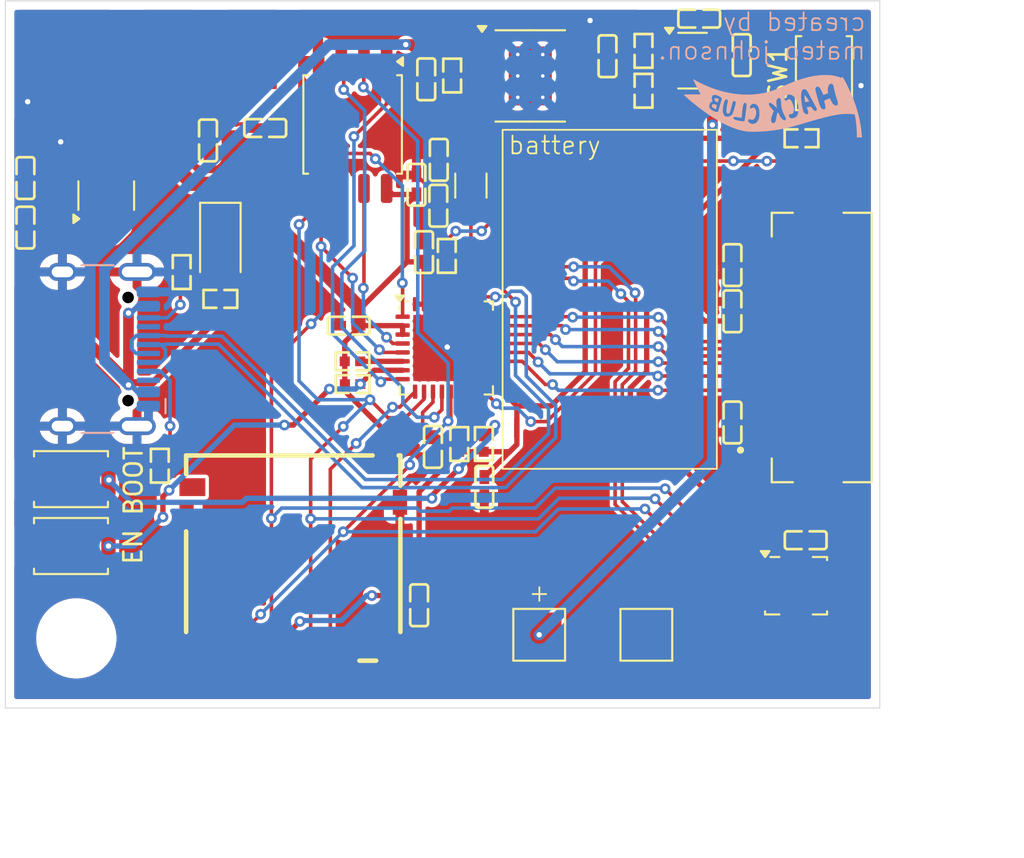
<source format=kicad_pcb>
(kicad_pcb (version 20241229) (generator "pcbnew") (generator_version "9.0")
  (layers (0 "F.Cu" signal) (2 "B.Cu" signal) (13 "F.Paste" user) (15 "B.Paste" user) (5 "F.SilkS" user "F.Silkscreen") (7 "B.SilkS" user "B.Silkscreen") (1 "F.Mask" user) (3 "B.Mask" user) (25 "Edge.Cuts" user))
  (net 0 "")
  (net 1 "GND")
  (net 6 "/XTAL_P")
  (net 7 "/XTAL_N")
  (net 8 "/SD1")
  (net 9 "/SCK")
  (net 10 "/BUSY")
  (net 11 "/D{slash}C#")
  (net 12 "/SDIO")
  (net 13 "/CS")
  (net 14 "/RES#")
  (net 15 "+5V")
  (net 16 "/D+")
  (net 17 "/D-")
  (net 18 "Net-(AE1-Pad1)")
  (net 19 "Net-(U2-PROG)")
  (net 20 "/BOOT")
  (net 21 "EN")
  (net 22 "/SPI1")
  (net 23 "/SPI7")
  (net 24 "/SPI6")
  (net 25 "/MOSI")
  (net 26 "/MISO")
  (net 27 "/CLK")
  (net 28 "/SEL1")
  (net 29 "Net-(U3-LNA_IN)")
  (net 30 "Net-(D1-A)")
  (net 31 "Net-(J1-CC2)")
  (net 33 "Net-(J1-CC1)")
  (net 35 "Net-(J2-Pin_1)")
  (net 40 "Net-(U3-GPIO8)")
  (net 41 "Net-(U3-GPIO2)")
  (net 42 "Net-(U3-XTAL_P)")
  (net 44 "/BAT")
  (net 45 "Net-(U5-FB)")
  (net 46 "Net-(U5-SW)")
  (net 47 "Net-(C15-Pad2)")
  (net 48 "Net-(C19-Pad1)")
  (net 51 "+3.3V")
  (net 52 "/INT1")
  (net 53 "/CS2")
  (footprint "Button_Switch_SMD:SW_Push_SPST_NO_Alps_SKRK" (layer "F.Cu") (at 73.525 106.85 180)
    (property "Reference" "BOOT1" (hide yes))
    (property "Value" "SKRKAGE020" (hide yes))
  )
  (footprint "Crystal:Crystal_SMD_3215-2Pin_3.2x1.5mm" (layer "F.Cu") (at 95.925 90.4 -90)
    (property "Reference" "Y1" (hide yes))
    (property "Value" "Crystal" (hide yes))
  )
  (footprint "10uF:C0402" (layer "F.Cu") (at 70.975 92.7549 90)
    (property "Reference" "C2" (hide yes))
    (property "Value" "100nF" (hide yes))
  )
  (footprint "0402:R0402" (layer "F.Cu") (at 94.575 94.3422 -90)
    (property "Reference" "R9" (hide yes))
    (property "Value" "220Ω" (hide yes))
  )
  (footprint "10uF:C0402" (layer "F.Cu") (at 110.575 97.4451 -90)
    (property "Reference" "C18" (hide yes))
    (property "Value" "100nF" (hide yes))
  )
  (footprint "0402:R0402" (layer "F.Cu") (at 94.875 84.2328 90)
    (property "Reference" "R2" (hide yes))
    (property "Value" "5.1kΩ" (hide yes))
  )
  (footprint "10uF:C0402" (layer "F.Cu") (at 114.675 110.275 180)
    (property "Reference" "C20" (hide yes))
    (property "Value" "100nF" (hide yes))
  )
  (footprint "Button_Switch_SMD:SW_Push_SPST_NO_Alps_SKRK" (layer "F.Cu") (at 115.7 84.1 90)
    (property "Reference" "SW1")
    (property "Value" "SKRKAGE020" (hide yes))
  )
  (footprint "0402:R0402" (layer "F.Cu") (at 96.65 104.8828 90)
    (property "Reference" "R5" (hide yes))
    (property "Value" "RC0402FR-075K1L (5.1kΩ)" (hide yes))
  )
  (footprint "10uF:C0402" (layer "F.Cu") (at 70.975 89.9799 -90)
    (property "Reference" "C6" (hide yes))
    (property "Value" "100nF" (hide yes))
  )
  (footprint "Package_SO:SOIC-8-1EP_3.9x4.9mm_P1.27mm_EP2.41x3.3mm_ThermalVias" (layer "F.Cu") (at 99.25 84.255)
    (property "Reference" "U2" (hide yes))
    (property "Value" "TP4056-42-ESOP8" (hide yes))
  )
  (footprint "10uF:C0402" (layer "F.Cu") (at 103.575 83.15 90)
    (property "Reference" "C4" (hide yes))
    (property "Value" "1uF" (hide yes))
  )
  (footprint "Package_TO_SOT_SMD:SOT-23-5" (layer "F.Cu") (at 75.5 90.9625 90)
    (property "Reference" "U7" (hide yes))
    (property "Value" "AP2112K-3.3")
  )
  (footprint "Package_DFN_QFN:QFN-32-1EP_5x5mm_P0.5mm_EP3.7x3.7mm" (layer "F.Cu") (at 94.55 99.5)
    (property "Reference" "U3" (hide yes))
    (property "Value" "ESP32-C3" (hide yes))
  )
  (footprint "Sensor_Motion:Analog_LGA-16_3.25x3mm_P0.5mm_LayoutBorder3x5y" (layer "F.Cu") (at 114.1375 112.825)
    (property "Reference" "U6" (hide yes))
    (property "Value" "ADXL363" (hide yes))
  )
  (footprint "Inductor_SMD:L_01005_0402Metric" (layer "F.Cu") (at 82.45 86.95 180)
    (property "Reference" "L1" (hide yes))
    (property "Value" "L" (hide yes))
  )
  (footprint "10uF:C0402" (layer "F.Cu") (at 81.2 87.8701 90)
    (property "Reference" "C13" (hide yes))
    (property "Value" "15pF" (hide yes))
  )
  (footprint "0402:R0402" (layer "F.Cu") (at 79.725 95.25 90)
    (property "Reference" "R3" (hide yes))
    (property "Value" "5.1kΩ" (hide yes))
  )
  (footprint "Inductor_SMD:L_01005_0402Metric" (layer "F.Cu") (at 105.6175 81.3944 180)
    (property "Reference" "L2" (hide yes))
    (property "Value" "10uH" (hide yes))
  )
  (footprint "10uF:C0402" (layer "F.Cu") (at 93.025 113.9201 -90)
    (property "Reference" "C14" (hide yes))
    (property "Value" "100nF" (hide yes))
  )
  (footprint "Package_SO:SOIC-8_5.3x5.3mm_P1.27mm" (layer "F.Cu") (at 89.3 86.975 -90)
    (property "Reference" "U4" (hide yes))
    (property "Value" "W25Q16JVSS" (hide yes))
  )
  (footprint "Hirose FH12:Hirose FH12" (layer "F.Cu") (at 114.925 99.475 90)
    (property "Reference" "J4" (hide yes))
    (property "Value" "FH12-24S-0.5SH_55_" (hide yes))
  )
  (footprint "Button_Switch_SMD:SW_Push_SPST_NO_Alps_SKRK" (layer "F.Cu") (at 73.525 110.6 180)
    (property "Reference" "EN1" (hide yes))
    (property "Value" "SKRKAGE020" (hide yes))
  )
  (footprint "10uF:C0402" (layer "F.Cu") (at 89.0799 98.25 180)
    (property "Reference" "C7" (hide yes))
    (property "Value" "1uF" (hide yes))
  )
  (footprint "0402:R0402" (layer "F.Cu") (at 105.5925 85.0866 90)
    (property "Reference" "R12" (hide yes))
    (property "Value" "390kΩ" (hide yes))
  )
  (footprint "10uF:C0402" (layer "F.Cu") (at 110.575 94.8549 -90)
    (property "Reference" "C19" (hide yes))
    (property "Value" "4.7uF" (hide yes))
  )
  (footprint "0402:R0402" (layer "F.Cu") (at 89.3 101.525)
    (property "Reference" "R6" (hide yes))
    (property "Value" "RC0402FR-075K1L (5.1kΩ)" (hide yes))
  )
  (footprint "10uF:C0402" (layer "F.Cu") (at 111.0925 83.0895 90)
    (property "Reference" "C16" (hide yes))
    (property "Value" "10uF" (hide yes))
  )
  (footprint "DM3D:TF-SMD_DM3D-SF" (layer "F.Cu") (at 85.975 111.125)
    (property "Reference" "Card1" (hide yes))
    (property "Value" "DM3D-SF" (hide yes))
  )
  (footprint "0402:R0402" (layer "F.Cu") (at 89.2922 100.25 180)
    (property "Reference" "R8" (hide yes))
    (property "Value" "5.1kΩ" (hide yes))
  )
  (footprint "TestPoint:TestPoint_Pad_2.5x2.5mm" (layer "F.Cu") (at 99.75 115.575 90)
    (property "Reference" "J2" (hide yes))
    (property "Value" "Conn_01x01_Pin" (hide yes))
  )
  (footprint "10uF:C0402" (layer "F.Cu") (at 94.1 91.5299 -90)
    (property "Reference" "C3" (hide yes))
    (property "Value" "15pF" (hide yes))
  )
  (footprint "TestPoint:TestPoint_Pad_2.5x2.5mm" (layer "F.Cu") (at 105.75 115.575 90)
    (property "Reference" "J3" (hide yes))
    (property "Value" "Conn_01x01_Pin" (hide yes))
  )
  (footprint "10uF:C0402" (layer "F.Cu") (at 110.575 103.675 90)
    (property "Reference" "C15" (hide yes))
    (property "Value" "1uF" (hide yes))
  )
  (footprint "10uF:C0402" (layer "F.Cu") (at 92.875 90.3549 -90)
    (property "Reference" "C12" (hide yes))
    (property "Value" "100nF" (hide yes))
  )
  (footprint "MountingHole:MountingHole_4mm" (layer "F.Cu") (at 73.825 115.775)
    (property "Reference" "H1" (hide yes))
    (property "Value" "MountingHole" (hide yes))
  )
  (footprint "10uF:C0402" (layer "F.Cu") (at 93.3 94.1299 90)
    (property "Reference" "C10" (hide yes))
    (property "Value" "1uF" (hide yes))
  )
  (footprint "0402:R0402" (layer "F.Cu") (at 81.8922 96.75 180)
    (property "Reference" "R1" (hide yes))
    (property "Value" "RC0402FR-13220RL (220Ω)" (hide yes))
  )
  (footprint "0402:R0402" (layer "F.Cu") (at 114.4422 87.75)
    (property "Reference" "R10" (hide yes))
    (property "Value" "RC0402FR-075K1L (5.1kΩ)" (hide yes))
  )
  (footprint "Package_TO_SOT_SMD:SOT-23-5" (layer "F.Cu") (at 108.3375 83.4)
    (property "Reference" "U5" (hide yes))
    (property "Value" "AP3012" (hide yes))
  )
  (footprint "0402:R0402" (layer "F.Cu") (at 78.5 106.1 -90)
    (property "Reference" "R4" (hide yes))
    (property "Value" "5.1kΩ" (hide yes))
  )
  (footprint "10uF:C0402" (layer "F.Cu") (at 84.4049 87.175 180)
    (property "Reference" "C11" (hide yes))
    (property "Value" "15pF" (hide yes))
  )
  (footprint "10uF:C0402" (layer "F.Cu") (at 108.7126 81.0444 180)
    (property "Reference" "C17" (hide yes))
    (property "Value" "22uF" (hide yes))
  )
  (footprint "0402:R0402" (layer "F.Cu") (at 105.5925 82.8522 -90)
    (property "Reference" "R13" (hide yes))
    (property "Value" "1MΩ" (hide yes))
  )
  (footprint "10uF:C0402" (layer "F.Cu") (at 94.125 88.9598 90)
    (property "Reference" "C5" (hide yes))
    (property "Value" "15pF" (hide yes))
  )
  (footprint "10uF:C0402" (layer "F.Cu") (at 96.675 107.2799 -90)
    (property "Reference" "C9" (hide yes))
    (property "Value" "100nF" (hide yes))
  )
  (footprint "LED_SMD:LED_1206_3216Metric" (layer "F.Cu") (at 81.8922 93.65 -90)
    (property "Reference" "D1" (hide yes))
    (property "Value" "LTST-C150RKT" (hide yes))
  )
  (footprint "10uF:C0402" (layer "F.Cu") (at 93.8 105.0451 90)
    (property "Reference" "C8" (hide yes))
    (property "Value" "100nF" (hide yes))
  )
  (footprint "10uF:C0402" (layer "F.Cu") (at 93.425 84.4451 -90)
    (property "Reference" "C1" (hide yes))
    (property "Value" "1uF" (hide yes))
  )
  (footprint "RF_Antenna:Texas_SWRA117D_2.4GHz_Right" (layer "F.Cu") (at 73.2 85.7)
    (property "Reference" "AE1" (hide yes))
    (property "Value" "Antenna_Loop" (hide yes))
  )
  (footprint "0402:R0402" (layer "F.Cu") (at 95.275 104.8828 -90)
    (property "Reference" "R7" (hide yes))
    (property "Value" "5.1kΩ" (hide yes))
  )
  (footprint "LOGO" (layer "B.Cu") (at 112.825 85.95 180)
    (property "Reference" "G***" (hide yes))
    (property "Value" "LOGO" (hide yes))
  )
  (footprint "Connector_USB:USB_C_Receptacle_HCTL_HC-TYPE-C-16P-01A" (layer "B.Cu") (at 74.12 99.56 90)
    (property "Reference" "J1" (hide yes))
    (property "Value" "USB_C_Receptacle_USB2.0_16P" (hide yes))
  )
  (gr_rect (start 97.7 87.275) (end 109.7 106.275) (stroke (width 0.1)) (fill no) (layer "F.SilkS"))
  (gr_rect (start 69.85 80.05) (end 118.825 119.675) (stroke (width 0.05)) (fill no) (layer "Edge.Cuts"))
  (gr_text "BOOT" (at 77.025 106.95 90) (layer "F.SilkS") (effects (font (size 1 1))))
  (gr_text "EN" (at 77 110.65 90) (layer "F.SilkS") (effects (font (size 1 1))))
  (gr_text "+\n" (at 99.075 113.8 0) (layer "F.SilkS") (effects (font (size 1 1) (thickness 0.1)) (justify left bottom)))
  (gr_text "battery" (at 97.95 88.725 0) (layer "F.SilkS") (effects (font (size 1 1) (thickness 0.1)) (justify left bottom)))
  (gr_text "created by \nmateo johnson." (at 118.1 83.425 0) (layer "B.SilkS") (effects (font (size 1 1) (thickness 0.1)) (justify left bottom mirror)))
  (segment (start 110.6 96.9) (end 110.6 95.425) (width 0.4) (layer "F.Cu") (net 1))
  (segment (start 112.125 97.225) (end 111.0299 97.225) (width 0.2) (layer "F.Cu") (net 1))
  (segment (start 97.845 82.35) (end 98.55 83.055) (width 0.2) (layer "F.Cu") (net 1))
  (segment (start 96.775 82.35) (end 97.845 82.35) (width 0.2) (layer "F.Cu") (net 1))
  (segment (start 110.29815 95.4) (end 110.575 95.4) (width 0.3) (layer "F.Cu") (net 1))
  (segment (start 76.654468 91) (end 71.45 91) (width 0.2) (layer "F.Cu") (net 1))
  (segment (start 94.05 90.9848) (end 92.875 89.8098) (width 0.2) (layer "F.Cu") (net 1))
  (segment (start 112.125 94.725) (end 112.125 93.725) (width 0.3) (layer "F.Cu") (net 1))
  (segment (start 99.885 83.62) (end 99.25 84.255) (width 0.3) (layer "F.Cu") (net 1))
  (segment (start 96.775 84.89) (end 98.615 84.89) (width 0.2) (layer "F.Cu") (net 1))
  (segment (start 91.9501 107.56515) (end 91.9501 108.1499) (width 0.2) (layer "F.Cu") (net 1))
  (segment (start 111.0299 97.225) (end 110.6 96.7951) (width 0.2) (layer "F.Cu") (net 1))
  (segment (start 93.8 105.71525) (end 91.9501 107.56515) (width 0.2) (layer "F.Cu") (net 1))
  (segment (start 101.725 83.62) (end 99.885 83.62) (width 0.3) (layer "F.Cu") (net 1))
  (segment (start 110.24275 93.275) (end 109.954 93.56375) (width 0.3) (layer "F.Cu") (net 1))
  (segment (start 110.6 95.425) (end 110.625 95.4) (width 0.4) (layer "F.Cu") (net 1))
  (segment (start 112.125 96.725) (end 112.125 97.225) (width 0.3) (layer "F.Cu") (net 1))
  (segment (start 79.725 94.070532) (end 76.654468 91) (width 0.2) (layer "F.Cu") (net 1))
  (segment (start 98.615 84.89) (end 99.25 84.255) (width 0.2) (layer "F.Cu") (net 1))
  (segment (start 94.1 90.9848) (end 93.3 91.7848) (width 0.2) (layer "F.Cu") (net 1))
  (segment (start 94.1 90.9848) (end 94.05 90.9848) (width 0.2) (layer "F.Cu") (net 1))
  (segment (start 93.3 91.7848) (end 93.3 93.5848) (width 0.2) (layer "F.Cu") (net 1))
  (segment (start 109.954 93.56375) (end 109.954 95.05585) (width 0.3) (layer "F.Cu") (net 1))
  (segment (start 93.425 84.9902) (end 94.5504 84.9902) (width 0.2) (layer "F.Cu") (net 1))
  (segment (start 112.125 93.725) (end 111.675 93.275) (width 0.3) (layer "F.Cu") (net 1))
  (segment (start 79.725 94.8172) (end 79.725 94.070532) (width 0.2) (layer "F.Cu") (net 1))
  (segment (start 109.954 95.05585) (end 110.29815 95.4) (width 0.3) (layer "F.Cu") (net 1))
  (segment (start 71.45 91) (end 70.975 90.525) (width 0.2) (layer "F.Cu") (net 1))
  (segment (start 94.5504 84.9902) (end 94.875 84.6656) (width 0.2) (layer "F.Cu") (net 1))
  (segment (start 93.8 105.5902) (end 93.8 105.71525) (width 0.2) (layer "F.Cu") (net 1))
  (segment (start 111.675 93.275) (end 110.24275 93.275) (width 0.3) (layer "F.Cu") (net 1))
  (via (at 72.95 87.95) (size 0.6) (drill 0.3) (layers "F.Cu" "B.Cu") (net 1))
  (via (at 94.6 99.45) (size 0.6) (drill 0.3) (layers "F.Cu" "B.Cu") (net 1))
  (via (at 102.6 81.15) (size 0.6) (drill 0.3) (layers "F.Cu" "B.Cu") (net 1))
  (via (at 117.775 84.8) (size 0.6) (drill 0.3) (layers "F.Cu" "B.Cu") (net 1))
  (segment (start 94.575 93.45) (end 94.575 93.9094) (width 0.2) (layer "F.Cu") (net 6))
  (segment (start 96.525 92.95) (end 97.126 92.349) (width 0.2) (layer "F.Cu") (net 6))
  (segment (start 97.126 90.849) (end 95.7819 89.5049) (width 0.2) (layer "F.Cu") (net 6))
  (segment (start 94.125 89.5049) (end 95.5701 89.5049) (width 0.2) (layer "F.Cu") (net 6))
  (segment (start 95.075 92.95) (end 94.575 93.45) (width 0.2) (layer "F.Cu") (net 6))
  (segment (start 97.126 92.349) (end 97.126 90.849) (width 0.2) (layer "F.Cu") (net 6))
  (segment (start 95.7819 89.5049) (end 94.125 89.5049) (width 0.2) (layer "F.Cu") (net 6))
  (segment (start 95.5701 89.5049) (end 95.925 89.15) (width 0.2) (layer "F.Cu") (net 6))
  (via (at 95.075 92.95) (size 0.6) (drill 0.3) (layers "F.Cu" "B.Cu") (net 6))
  (via (at 96.525 92.95) (size 0.6) (drill 0.3) (layers "F.Cu" "B.Cu") (net 6))
  (segment (start 96.525 92.95) (end 95.075 92.95) (width 0.2) (layer "B.Cu") (net 6))
  (segment (start 95.925 94.6) (end 94.3 96.225) (width 0.2) (layer "F.Cu") (net 7))
  (segment (start 95.925 91.65) (end 95.925 94.6) (width 0.2) (layer "F.Cu") (net 7))
  (segment (start 94.3 96.225) (end 94.3 97.05) (width 0.2) (layer "F.Cu") (net 7))
  (segment (start 95.925 91.65) (end 94.525 91.65) (width 0.2) (layer "F.Cu") (net 7))
  (segment (start 94.525 91.65) (end 94.1 92.075) (width 0.2) (layer "F.Cu") (net 7))
  (segment (start 88.0499 106.3001) (end 88.0499 116.525) (width 0.2) (layer "F.Cu") (net 8))
  (segment (start 89.5 104.85) (end 88.0499 106.3001) (width 0.2) (layer "F.Cu") (net 8))
  (segment (start 91.93536 102.81464) (end 92.8 101.95) (width 0.2) (layer "F.Cu") (net 8))
  (segment (start 91.53536 102.81464) (end 91.93536 102.81464) (width 0.2) (layer "F.Cu") (net 8))
  (via (at 89.5 104.85) (size 0.6) (drill 0.3) (layers "F.Cu" "B.Cu") (net 8))
  (via (at 91.53536 102.81464) (size 0.6) (drill 0.3) (layers "F.Cu" "B.Cu") (net 8))
  (segment (start 89.5 104.85) (end 91.53536 102.81464) (width 0.2) (layer "B.Cu") (net 8))
  (segment (start 110.199 99.147) (end 110.6 98.746) (width 0.2) (layer "F.Cu") (net 9))
  (segment (start 106.46984 97.775) (end 107.84184 99.147) (width 0.2) (layer "F.Cu") (net 9))
  (segment (start 106.4199 97.775) (end 106.46984 97.775) (width 0.2) (layer "F.Cu") (net 9))
  (segment (start 97 97.75) (end 101.6 97.75) (width 0.2) (layer "F.Cu") (net 9))
  (segment (start 107.84184 99.147) (end 110.199 99.147) (width 0.2) (layer "F.Cu") (net 9))
  (segment (start 101.6 97.75) (end 101.625 97.775) (width 0.2) (layer "F.Cu") (net 9))
  (segment (start 110.6 98.746) (end 112.104 98.746) (width 0.2) (layer "F.Cu") (net 9))
  (segment (start 112.104 98.746) (end 112.125 98.725) (width 0.2) (layer "F.Cu") (net 9))
  (via (at 106.4199 97.775) (size 0.6) (drill 0.3) (layers "F.Cu" "B.Cu") (net 9))
  (via (at 101.625 97.775) (size 0.6) (drill 0.3) (layers "F.Cu" "B.Cu") (net 9))
  (segment (start 106.4199 97.775) (end 101.625 97.775) (width 0.2) (layer "B.Cu") (net 9))
  (segment (start 97 100.25) (end 98.799211 100.25) (width 0.2) (layer "F.Cu") (net 10))
  (segment (start 110.328411 101.871589) (end 110.975 101.225) (width 0.2) (layer "F.Cu") (net 10))
  (segment (start 110.975 101.225) (end 112.125 101.225) (width 0.2) (layer "F.Cu") (net 10))
  (segment (start 98.799211 100.25) (end 100.099211 101.55) (width 0.2) (layer "F.Cu") (net 10))
  (segment (start 106.401456 101.871589) (end 110.328411 101.871589) (width 0.2) (layer "F.Cu") (net 10))
  (segment (start 100.099211 101.55) (end 100.5 101.55) (width 0.2) (layer "F.Cu") (net 10))
  (via (at 100.5 101.55) (size 0.6) (drill 0.3) (layers "F.Cu" "B.Cu") (net 10))
  (via (at 106.401456 101.871589) (size 0.6) (drill 0.3) (layers "F.Cu" "B.Cu") (net 10))
  (segment (start 106.401456 101.871589) (end 100.821589 101.871589) (width 0.2) (layer "B.Cu") (net 10))
  (segment (start 100.821589 101.871589) (end 100.5 101.55) (width 0.2) (layer "B.Cu") (net 10))
  (segment (start 106.4199 100.272058) (end 106.497842 100.35) (width 0.2) (layer "F.Cu") (net 11))
  (segment (start 106.497842 100.35) (end 110.8062 100.35) (width 0.2) (layer "F.Cu") (net 11))
  (segment (start 97 99.25) (end 99.745168 99.25) (width 0.2) (layer "F.Cu") (net 11))
  (segment (start 99.745168 99.25) (end 100.095364 99.600196) (width 0.2) (layer "F.Cu") (net 11))
  (segment (start 110.8062 100.35) (end 110.9312 100.225) (width 0.2) (layer "F.Cu") (net 11))
  (segment (start 110.9312 100.225) (end 112.125 100.225) (width 0.2) (layer "F.Cu") (net 11))
  (via (at 100.095364 99.600196) (size 0.6) (drill 0.3) (layers "F.Cu" "B.Cu") (net 11))
  (via (at 106.4199 100.272058) (size 0.6) (drill 0.3) (layers "F.Cu" "B.Cu") (net 11))
  (segment (start 106.4199 100.272058) (end 100.767226 100.272058) (width 0.2) (layer "B.Cu") (net 11))
  (segment (start 100.767226 100.272058) (end 100.095364 99.600196) (width 0.2) (layer "B.Cu") (net 11))
  (segment (start 107.392897 99.548) (end 110.474 99.548) (width 0.2) (layer "F.Cu") (net 12))
  (segment (start 110.797 99.225) (end 112.125 99.225) (width 0.2) (layer "F.Cu") (net 12))
  (segment (start 106.4199 98.575003) (end 107.392897 99.548) (width 0.2) (layer "F.Cu") (net 12))
  (segment (start 97 98.25) (end 101.007917 98.25) (width 0.2) (layer "F.Cu") (net 12))
  (segment (start 110.474 99.548) (end 110.797 99.225) (width 0.2) (layer "F.Cu") (net 12))
  (segment (start 101.007917 98.25) (end 101.226739 98.468822) (width 0.2) (layer "F.Cu") (net 12))
  (via (at 106.4199 98.575003) (size 0.6) (drill 0.3) (layers "F.Cu" "B.Cu") (net 12))
  (via (at 101.226739 98.468822) (size 0.6) (drill 0.3) (layers "F.Cu" "B.Cu") (net 12))
  (segment (start 101.226739 98.468822) (end 106.313719 98.468822) (width 0.2) (layer "B.Cu") (net 12))
  (segment (start 106.313719 98.468822) (end 106.4199 98.575003) (width 0.2) (layer "B.Cu") (net 12))
  (segment (start 106.4199 99.42353) (end 106.94537 99.949) (width 0.2) (layer "F.Cu") (net 13))
  (segment (start 106.94537 99.949) (end 110.6401 99.949) (width 0.2) (layer "F.Cu") (net 13))
  (segment (start 100.376542 98.75) (end 100.661051 99.034509) (width 0.2) (layer "F.Cu") (net 13))
  (segment (start 110.8641 99.725) (end 112.125 99.725) (width 0.2) (layer "F.Cu") (net 13))
  (segment (start 97 98.75) (end 100.376542 98.75) (width 0.2) (layer "F.Cu") (net 13))
  (segment (start 110.6401 99.949) (end 110.8641 99.725) (width 0.2) (layer "F.Cu") (net 13))
  (via (at 100.661051 99.034509) (size 0.6) (drill 0.3) (layers "F.Cu" "B.Cu") (net 13))
  (via (at 106.4199 99.42353) (size 0.6) (drill 0.3) (layers "F.Cu" "B.Cu") (net 13))
  (segment (start 101.050072 99.42353) (end 100.661051 99.034509) (width 0.2) (layer "B.Cu") (net 13))
  (segment (start 106.4199 99.42353) (end 101.050072 99.42353) (width 0.2) (layer "B.Cu") (net 13))
  (segment (start 110.229374 101.071626) (end 110.55 100.751) (width 0.2) (layer "F.Cu") (net 14))
  (segment (start 110.55 100.751) (end 112.099 100.751) (width 0.2) (layer "F.Cu") (net 14))
  (segment (start 97 99.75) (end 99.149154 99.75) (width 0.2) (layer "F.Cu") (net 14))
  (segment (start 106.39351 101.071626) (end 110.229374 101.071626) (width 0.2) (layer "F.Cu") (net 14))
  (segment (start 99.149154 99.75) (end 99.68768 100.288526) (width 0.2) (layer "F.Cu") (net 14))
  (segment (start 112.099 100.751) (end 112.125 100.725) (width 0.2) (layer "F.Cu") (net 14))
  (via (at 99.68768 100.288526) (size 0.6) (drill 0.3) (layers "F.Cu" "B.Cu") (net 14))
  (via (at 106.39351 101.071626) (size 0.6) (drill 0.3) (layers "F.Cu" "B.Cu") (net 14))
  (segment (start 100.348154 100.949) (end 99.68768 100.288526) (width 0.2) (layer "B.Cu") (net 14))
  (segment (start 106.39351 101.071626) (end 106.270884 100.949) (width 0.2) (layer "B.Cu") (net 14))
  (segment (start 106.270884 100.949) (end 100.348154 100.949) (width 0.2) (layer "B.Cu") (net 14))
  (segment (start 93.425 83.9) (end 95.576 81.749) (width 0.2) (layer "F.Cu") (net 15))
  (segment (start 101.725 82.35) (end 103.3201 82.35) (width 0.2) (layer "F.Cu") (net 15))
  (segment (start 74.05 92.6) (end 74.55 92.1) (width 0.6) (layer "F.Cu") (net 15))
  (segment (start 93.425 83.325) (end 93.425 83.9) (width 0.6) (layer "F.Cu") (net 15))
  (segment (start 70.975 93.3) (end 72.275 93.3) (width 0.6) (layer "F.Cu") (net 15))
  (segment (start 78.118272 101.445978) (end 82.325 97.23925) (width 0.4) (layer "F.Cu") (net 15))
  (segment (start 75.07619 93.2635) (end 75.92381 93.2635) (width 0.6) (layer "F.Cu") (net 15))
  (segment (start 76.745978 101.445978) (end 78.118272 101.445978) (width 0.4) (layer "F.Cu") (net 15))
  (segment (start 92.8 84.525) (end 93.425 83.9) (width 0.2) (layer "F.Cu") (net 15))
  (segment (start 74.55 92.73731) (end 75.07619 93.2635) (width 0.6) (layer "F.Cu") (net 15))
  (segment (start 76.745978 97.544749) (end 76.745978 101.575251) (width 0.6) (layer "F.Cu") (net 15))
  (segment (start 76.45 92.73731) (end 76.45 92.1) (width 0.6) (layer "F.Cu") (net 15))
  (segment (start 96.775 86.16) (end 93.485 86.16) (width 0.2) (layer "F.Cu") (net 15))
  (segment (start 70.975 95.675) (end 70.975 93.3) (width 0.6) (layer "F.Cu") (net 15))
  (segment (start 92.275 82.5) (end 92.6 82.5) (width 0.6) (layer "F.Cu") (net 15))
  (segment (start 74.4375 99.1375) (end 70.975 95.675) (width 0.6) (layer "F.Cu") (net 15))
  (segment (start 72.975 92.6) (end 74.05 92.6) (width 0.6) (layer "F.Cu") (net 15))
  (segment (start 72.275 93.3) (end 72.975 92.6) (width 0.6) (layer "F.Cu") (net 15))
  (segment (start 103.3201 82.35) (end 103.575 82.6049) (width 0.2) (layer "F.Cu") (net 15))
  (segment (start 75.92381 93.2635) (end 76.45 92.73731) (width 0.6) (layer "F.Cu") (net 15))
  (segment (start 93.485 86.16) (end 92.8 85.475) (width 0.2) (layer "F.Cu") (net 15))
  (segment (start 76.745978 101.575251) (end 76.745978 101.445978) (width 0.6) (layer "F.Cu") (net 15))
  (segment (start 76.745978 101.445978) (end 74.4375 99.1375) (width 0.6) (layer "F.Cu") (net 15))
  (segment (start 92.6 82.5) (end 93.425 83.325) (width 0.6) (layer "F.Cu") (net 15))
  (segment (start 101.124 81.749) (end 101.725 82.35) (width 0.2) (layer "F.Cu") (net 15))
  (segment (start 95.576 81.749) (end 101.124 81.749) (width 0.2) (layer "F.Cu") (net 15))
  (segment (start 92.8 85.475) (end 92.8 84.525) (width 0.2) (layer "F.Cu") (net 15))
  (segment (start 76.631592 101.445978) (end 76.745978 101.445978) (width 0.4) (layer "F.Cu") (net 15))
  (segment (start 74.55 92.1) (end 74.55 92.73731) (width 0.6) (layer "F.Cu") (net 15))
  (segment (start 82.325 97.23925) (end 82.325 96.75) (width 0.4) (layer "F.Cu") (net 15))
  (via (at 76.745978 101.575251) (size 0.6) (drill 0.3) (layers "F.Cu" "B.Cu") (net 15))
  (via (at 76.745978 97.544749) (size 0.6) (drill 0.3) (layers "F.Cu" "B.Cu") (net 15))
  (via (at 92.275 82.5) (size 0.6) (drill 0.3) (layers "F.Cu" "B.Cu") (net 15))
  (segment (start 75.4 95.075) (end 87.975 82.5) (width 0.6) (layer "B.Cu") (net 15))
  (segment (start 76.87697 101.575251) (end 76.745978 101.575251) (width 0.3) (layer "B.Cu") (net 15))
  (segment (start 77.865 97.16) (end 77.261719 97.16) (width 0.3) (layer "B.Cu") (net 15))
  (segment (start 77.865 101.96) (end 77.261719 101.96) (width 0.3) (layer "B.Cu") (net 15))
  (segment (start 76.87697 97.544749) (end 76.745978 97.544749) (width 0.3) (layer "B.Cu") (net 15))
  (segment (start 87.975 82.5) (end 92.275 82.5) (width 0.6) (layer "B.Cu") (net 15))
  (segment (start 76.745978 101.575251) (end 75.4 100.229273) (width 0.6) (layer "B.Cu") (net 15))
  (segment (start 77.261719 97.16) (end 76.87697 97.544749) (width 0.3) (layer "B.Cu") (net 15))
  (segment (start 75.4 95.225) (end 75.4 95.075) (width 0.6) (layer "B.Cu") (net 15))
  (segment (start 77.261719 101.96) (end 76.87697 101.575251) (width 0.3) (layer "B.Cu") (net 15))
  (segment (start 75.4 100.229273) (end 75.4 95.225) (width 0.6) (layer "B.Cu") (net 15))
  (segment (start 97.501958 96.003) (end 96.2312 96.003) (width 0.2) (layer "F.Cu") (net 16))
  (segment (start 95.8 96.4342) (end 95.8 97.05) (width 0.2) (layer "F.Cu") (net 16))
  (segment (start 96.2312 96.003) (end 95.8 96.4342) (width 0.2) (layer "F.Cu") (net 16))
  (segment (start 98.424479 96.925521) (end 97.501958 96.003) (width 0.2) (layer "F.Cu") (net 16))
  (via (at 98.424479 96.925521) (size 0.6) (drill 0.3) (layers "F.Cu" "B.Cu") (net 16))
  (segment (start 81.978198 98.835) (end 90.018198 106.875) (width 0.2) (layer "B.Cu") (net 16))
  (segment (start 98.425 96.926042) (end 98.425521 96.925521) (width 0.2) (layer "B.Cu") (net 16))
  (segment (start 98.425521 96.925521) (end 98.424479 96.925521) (width 0.2) (layer "B.Cu") (net 16))
  (segment (start 77.181176 98.81) (end 77.865 98.81) (width 0.2) (layer "B.Cu") (net 16))
  (segment (start 77.865 99.81) (end 77.181176 99.81) (width 0.2) (layer "B.Cu") (net 16))
  (segment (start 77.865 98.81) (end 78.840001 98.81) (width 0.2) (layer "B.Cu") (net 16))
  (segment (start 78.865001 98.835) (end 81.978198 98.835) (width 0.2) (layer "B.Cu") (net 16))
  (segment (start 98.425 106.131802) (end 98.443198 106.131802) (width 0.2) (layer "B.Cu") (net 16))
  (segment (start 98.425 101.0421) (end 98.425 96.926042) (width 0.2) (layer "B.Cu") (net 16))
  (segment (start 100.274 102.8911) (end 98.425 101.0421) (width 0.2) (layer "B.Cu") (net 16))
  (segment (start 97.681802 106.875) (end 98.425 106.131802) (width 0.2) (layer "B.Cu") (net 16))
  (segment (start 76.914 99.542824) (end 76.914 99.077176) (width 0.2) (layer "B.Cu") (net 16))
  (segment (start 90.018198 106.875) (end 97.681802 106.875) (width 0.2) (layer "B.Cu") (net 16))
  (segment (start 100.274 104.301) (end 100.274 102.8911) (width 0.2) (layer "B.Cu") (net 16))
  (segment (start 77.181176 99.81) (end 76.914 99.542824) (width 0.2) (layer "B.Cu") (net 16))
  (segment (start 98.443198 106.131802) (end 100.274 104.301) (width 0.2) (layer "B.Cu") (net 16))
  (segment (start 76.914 99.077176) (end 77.181176 98.81) (width 0.2) (layer "B.Cu") (net 16))
  (segment (start 78.840001 98.81) (end 78.865001 98.835) (width 0.2) (layer "B.Cu") (net 16))
  (segment (start 96.712714 96.637286) (end 96.3 97.05) (width 0.2) (layer "F.Cu") (net 17))
  (segment (start 97.287714 96.637286) (end 96.712714 96.637286) (width 0.2) (layer "F.Cu") (net 17))
  (via (at 97.287714 96.637286) (size 0.6) (drill 0.3) (layers "F.Cu" "B.Cu") (net 17))
  (segment (start 78.816 100.042824) (end 78.548824 100.31) (width 0.2) (layer "B.Cu") (net 17))
  (segment (start 100.675 104.525) (end 100.675 102.725) (width 0.2) (layer "B.Cu") (net 17))
  (segment (start 77.865 99.31) (end 78.548824 99.31) (width 0.2) (layer "B.Cu") (net 17))
  (segment (start 99.025 106.168198) (end 99.031802 106.168198) (width 0.2) (layer "B.Cu") (net 17))
  (segment (start 100.675 102.725) (end 99.025 101.075) (width 0.2) (layer "B.Cu") (net 17))
  (segment (start 78.816 99.577176) (end 78.816 100.042824) (width 0.2) (layer "B.Cu") (net 17))
  (segment (start 99.031802 106.168198) (end 100.675 104.525) (width 0.2) (layer "B.Cu") (net 17))
  (segment (start 77.865 99.31) (end 78.840001 99.31) (width 0.2) (layer "B.Cu") (net 17))
  (segment (start 99.025 101.075) (end 99.025 96.606801) (width 0.2) (layer "B.Cu") (net 17))
  (segment (start 89.831802 107.325) (end 97.868198 107.325) (width 0.2) (layer "B.Cu") (net 17))
  (segment (start 97.892735 96.607322) (end 97.317678 96.607322) (width 0.2) (layer "B.Cu") (net 17))
  (segment (start 98.175536 96.324521) (end 97.892735 96.607322) (width 0.2) (layer "B.Cu") (net 17))
  (segment (start 98.74272 96.324521) (end 98.175536 96.324521) (width 0.2) (layer "B.Cu") (net 17))
  (segment (start 97.317678 96.607322) (end 97.287714 96.637286) (width 0.2) (layer "B.Cu") (net 17))
  (segment (start 97.868198 107.325) (end 99.025 106.168198) (width 0.2) (layer "B.Cu") (net 17))
  (segment (start 78.548824 99.31) (end 78.816 99.577176) (width 0.2) (layer "B.Cu") (net 17))
  (segment (start 81.791802 99.285) (end 89.831802 107.325) (width 0.2) (layer "B.Cu") (net 17))
  (segment (start 78.865001 99.285) (end 81.791802 99.285) (width 0.2) (layer "B.Cu") (net 17))
  (segment (start 78.548824 100.31) (end 77.865 100.31) (width 0.2) (layer "B.Cu") (net 17))
  (segment (start 78.840001 99.31) (end 78.865001 99.285) (width 0.2) (layer "B.Cu") (net 17))
  (segment (start 99.025 96.606801) (end 98.74272 96.324521) (width 0.2) (layer "B.Cu") (net 17))
  (segment (start 74.825 87.325) (end 73.2 85.7) (width 0.2) (layer "F.Cu") (net 18))
  (segment (start 81.575 86.95) (end 81.2 87.325) (width 0.2) (layer "F.Cu") (net 18))
  (segment (start 82.2 86.95) (end 81.575 86.95) (width 0.2) (layer "F.Cu") (net 18))
  (segment (start 81.2 87.325) (end 74.825 87.325) (width 0.2) (layer "F.Cu") (net 18))
  (segment (start 95.055 83.62) (end 94.875 83.8) (width 0.2) (layer "F.Cu") (net 19))
  (segment (start 96.775 83.62) (end 95.055 83.62) (width 0.2) (layer "F.Cu") (net 19))
  (segment (start 97.269695 103.830305) (end 96.65 104.45) (width 0.3) (layer "F.Cu") (net 20))
  (segment (start 93.74242 107.767419) (end 95.234838 106.275001) (width 0.3) (layer "F.Cu") (net 20))
  (segment (start 93.74242 107.925) (end 93.675 107.99242) (width 0.3) (layer "F.Cu") (net 20))
  (segment (start 75.625 106.875) (end 75.65 106.9) (width 0.3) (layer "F.Cu") (net 20))
  (segment (start 93.675 107.99242) (end 93.675 108) (width 0.3) (layer "F.Cu") (net 20))
  (segment (start 93.74242 107.925) (end 93.74242 107.767419) (width 0.3) (layer "F.Cu") (net 20))
  (segment (start 75.625 106.85) (end 75.625 106.875) (width 0.3) (layer "F.Cu") (net 20))
  (segment (start 95.8 101.95) (end 95.8 103.6) (width 0.2) (layer "F.Cu") (net 20))
  (segment (start 95.8 103.6) (end 96.65 104.45) (width 0.2) (layer "F.Cu") (net 20))
  (via (at 97.269695 103.830305) (size 0.6) (drill 0.3) (layers "F.Cu" "B.Cu") (net 20))
  (via (at 75.65 106.9) (size 0.6) (drill 0.3) (layers "F.Cu" "B.Cu") (net 20))
  (via (at 95.234838 106.275001) (size 0.6) (drill 0.3) (layers "F.Cu" "B.Cu") (net 20))
  (via (at 93.74242 107.925) (size 0.6) (drill 0.3) (layers "F.Cu" "B.Cu") (net 20))
  (segment (start 93.74242 107.925) (end 83.35 107.925) (width 0.3) (layer "B.Cu") (net 20))
  (segment (start 97.325 103.88561) (end 97.325 104.184839) (width 0.3) (layer "B.Cu") (net 20))
  (segment (start 97.325 104.184839) (end 95.234838 106.275001) (width 0.3) (layer "B.Cu") (net 20))
  (segment (start 76.9 108.15) (end 75.65 106.9) (width 0.3) (layer "B.Cu") (net 20))
  (segment (start 83.125 108.15) (end 76.9 108.15) (width 0.3) (layer "B.Cu") (net 20))
  (segment (start 97.269695 103.830305) (end 97.325 103.88561) (width 0.3) (layer "B.Cu") (net 20))
  (segment (start 83.35 107.925) (end 83.125 108.15) (width 0.3) (layer "B.Cu") (net 20))
  (segment (start 90.5078 100.75) (end 89.7328 101.525) (width 0.3) (layer "F.Cu") (net 21))
  (segment (start 88 101.801405) (end 85.980541 103.820864) (width 0.3) (layer "F.Cu") (net 21))
  (segment (start 92.1 100.75) (end 90.5078 100.75) (width 0.3) (layer "F.Cu") (net 21))
  (segment (start 78.675 108.975) (end 78.675 107.825) (width 0.3) (layer "F.Cu") (net 21))
  (segment (start 75.625 110.6) (end 75.625 110.625) (width 0.3) (layer "F.Cu") (net 21))
  (segment (start 78.675 107.825) (end 79.025 107.475) (width 0.3) (layer "F.Cu") (net 21))
  (segment (start 85.980541 103.820864) (end 85.479136 103.820864) (width 0.3) (layer "F.Cu") (net 21))
  (via (at 85.479136 103.820864) (size 0.6) (drill 0.3) (layers "F.Cu" "B.Cu") (net 21))
  (via (at 89.7328 101.525) (size 0.6) (drill 0.3) (layers "F.Cu" "B.Cu") (net 21))
  (via (at 78.675 108.975) (size 0.6) (drill 0.3) (layers "F.Cu" "B.Cu") (net 21))
  (via (at 88 101.801405) (size 0.6) (drill 0.3) (layers "F.Cu" "B.Cu") (net 21))
  (via (at 75.625 110.6) (size 0.6) (drill 0.3) (layers "F.Cu" "B.Cu") (net 21))
  (via (at 79.025 107.475) (size 0.6) (drill 0.3) (layers "F.Cu" "B.Cu") (net 21))
  (segment (start 89.456395 101.801405) (end 89.7328 101.525) (width 0.3) (layer "B.Cu") (net 21))
  (segment (start 75.625 110.6) (end 77.05 110.6) (width 0.3) (layer "B.Cu") (net 21))
  (segment (start 77.05 110.6) (end 78.675 108.975) (width 0.3) (layer "B.Cu") (net 21))
  (segment (start 88 101.801405) (end 89.456395 101.801405) (width 0.3) (layer "B.Cu") (net 21))
  (segment (start 82.679136 103.820864) (end 85.479136 103.820864) (width 0.3) (layer "B.Cu") (net 21))
  (segment (start 79.025 107.475) (end 82.679136 103.820864) (width 0.3) (layer "B.Cu") (net 21))
  (segment (start 89.375 87.65) (end 91.205 85.82) (width 0.2) (layer "F.Cu") (net 22))
  (segment (start 91.02602 101.25) (end 90.87602 101.4) (width 0.2) (layer "F.Cu") (net 22))
  (segment (start 91.205 85.82) (end 91.205 83.3875) (width 0.2) (layer "F.Cu") (net 22))
  (segment (start 92.1 101.25) (end 91.02602 101.25) (width 0.2) (layer "F.Cu") (net 22))
  (via (at 90.87602 101.4) (size 0.6) (drill 0.3) (layers "F.Cu" "B.Cu") (net 22))
  (via (at 89.375 87.65) (size 0.6) (drill 0.3) (layers "F.Cu" "B.Cu") (net 22))
  (segment (start 89.375 93.775) (end 88.175 94.975) (width 0.2) (layer "B.Cu") (net 22))
  (segment (start 88.175 94.975) (end 88.175 98.69898) (width 0.2) (layer "B.Cu") (net 22))
  (segment (start 89.375 93.775) (end 89.375 87.65) (width 0.2) (layer "B.Cu") (net 22))
  (segment (start 88.175 98.69898) (end 90.87602 101.4) (width 0.2) (layer "B.Cu") (net 22))
  (segment (start 89.935 96.115) (end 89.935 90.5625) (width 0.2) (layer "F.Cu") (net 23))
  (segment (start 91.55 99.25) (end 91.2 98.9) (width 0.2) (layer "F.Cu") (net 23))
  (segment (start 92.1 99.25) (end 91.55 99.25) (width 0.2) (layer "F.Cu") (net 23))
  (segment (start 89.9 96.15) (end 89.935 96.115) (width 0.2) (layer "F.Cu") (net 23))
  (via (at 89.9 96.15) (size 0.6) (drill 0.3) (layers "F.Cu" "B.Cu") (net 23))
  (via (at 91.2 98.9) (size 0.6) (drill 0.3) (layers "F.Cu" "B.Cu") (net 23))
  (segment (start 89.9 97.6) (end 91.2 98.9) (width 0.2) (layer "B.Cu") (net 23))
  (segment (start 89.9 96.15) (end 89.9 97.6) (width 0.2) (layer "B.Cu") (net 23))
  (segment (start 93.875 103.38462) (end 94.3 102.95962) (width 0.2) (layer "F.Cu") (net 24))
  (segment (start 88.8 83.5225) (end 88.665 83.3875) (width 0.2) (layer "F.Cu") (net 24))
  (segment (start 88.8 85.025) (end 88.8 83.5225) (width 0.2) (layer "F.Cu") (net 24))
  (segment (start 94.3 102.95962) (end 94.3 101.95) (width 0.2) (layer "F.Cu") (net 24))
  (via (at 88.8 85.025) (size 0.6) (drill 0.3) (layers "F.Cu" "B.Cu") (net 24))
  (via (at 93.875 103.38462) (size 0.6) (drill 0.3) (layers "F.Cu" "B.Cu") (net 24))
  (segment (start 93.875 103.38462) (end 92.90962 103.38462) (width 0.2) (layer "B.Cu") (net 24))
  (segment (start 89.975 86.2) (end 88.8 85.025) (width 0.2) (layer "B.Cu") (net 24))
  (segment (start 89.975 94.057266) (end 89.975 86.2) (width 0.2) (layer "B.Cu") (net 24))
  (segment (start 88.699 95.333266) (end 89.975 94.057266) (width 0.2) (layer "B.Cu") (net 24))
  (segment (start 88.699 98.349) (end 88.699 95.333266) (width 0.2) (layer "B.Cu") (net 24))
  (segment (start 92.90962 103.38462) (end 92.1125 102.5875) (width 0.2) (layer "B.Cu") (net 24))
  (segment (start 92.1125 101.7625) (end 88.699 98.349) (width 0.2) (layer "B.Cu") (net 24))
  (segment (start 92.1125 102.5875) (end 92.1125 101.7625) (width 0.2) (layer "B.Cu") (net 24))
  (segment (start 109.712115 112.279215) (end 110.725 113.2921) (width 0.2) (layer "F.Cu") (net 25))
  (segment (start 86.3 92.582209) (end 87.395 91.487209) (width 0.2) (layer "F.Cu") (net 25))
  (segment (start 111.7089 114.276) (end 110.725 113.2921) (width 0.2) (layer "F.Cu") (net 25))
  (segment (start 106.236116 107.957512) (end 109.712115 111.433511) (width 0.2) (layer "F.Cu") (net 25))
  (segment (start 110.725 113.2921) (end 110.71645 113.28355) (width 0.2) (layer "F.Cu") (net 25))
  (segment (start 88.775 103.9) (end 86.9501 105.7249) (width 0.2) (layer "F.Cu") (net 25))
  (segment (start 92.250158 103.41564) (end 91.28783 103.41564) (width 0.2) (layer "F.Cu") (net 25))
  (segment (start 87.395 91.487209) (end 87.395 90.5625) (width 0.2) (layer "F.Cu") (net 25))
  (segment (start 93.3 101.95) (end 93.3 102.365798) (width 0.2) (layer "F.Cu") (net 25))
  (segment (start 109.712115 111.433511) (end 109.712115 112.279215) (width 0.2) (layer "F.Cu") (net 25))
  (segment (start 86.9501 109.075) (end 86.9501 116.525) (width 0.2) (layer "F.Cu") (net 25))
  (segment (start 86.9501 105.7249) (end 86.9501 109.075) (width 0.2) (layer "F.Cu") (net 25))
  (segment (start 93.3 102.365798) (end 92.250158 103.41564) (width 0.2) (layer "F.Cu") (net 25))
  (segment (start 113.6375 114.1) (end 113.4615 114.276) (width 0.2) (layer "F.Cu") (net 25))
  (segment (start 113.4615 114.276) (end 111.7089 114.276) (width 0.2) (layer "F.Cu") (net 25))
  (segment (start 91.28783 103.41564) (end 90.273595 102.401405) (width 0.2) (layer "F.Cu") (net 25))
  (via (at 88.775 103.9) (size 0.6) (drill 0.3) (layers "F.Cu" "B.Cu") (net 25))
  (via (at 86.9501 109.075) (size 0.6) (drill 0.3) (layers "F.Cu" "B.Cu") (net 25))
  (via (at 86.3 92.582209) (size 0.6) (drill 0.3) (layers "F.Cu" "B.Cu") (net 25))
  (via (at 90.273595 102.401405) (size 0.6) (drill 0.3) (layers "F.Cu" "B.Cu") (net 25))
  (via (at 106.236116 107.957512) (size 0.6) (drill 0.3) (layers "F.Cu" "B.Cu") (net 25))
  (segment (start 90.273595 102.401405) (end 87.351405 102.401405) (width 0.2) (layer "B.Cu") (net 25))
  (segment (start 87.351405 102.401405) (end 86.3 101.35) (width 0.2) (layer "B.Cu") (net 25))
  (segment (start 86.3 101.35) (end 86.3 92.582209) (width 0.2) (layer "B.Cu") (net 25))
  (segment (start 90.273595 102.401405) (end 88.775 103.9) (width 0.2) (layer "B.Cu") (net 25))
  (segment (start 99.7079 109.075) (end 86.9501 109.075) (width 0.2) (layer "B.Cu") (net 25))
  (segment (start 100.860701 107.922199) (end 99.7079 109.075) (width 0.2) (layer "B.Cu") (net 25))
  (segment (start 106.200803 107.922199) (end 100.860701 107.922199) (width 0.2) (layer "B.Cu") (net 25))
  (segment (start 106.236116 107.957512) (end 106.200803 107.922199) (width 0.2) (layer "B.Cu") (net 25))
  (segment (start 109.111115 112.245315) (end 111.6668 114.801) (width 0.2) (layer "F.Cu") (net 26))
  (segment (start 84.15 114.425) (end 82.5501 116.0249) (width 0.2) (layer "F.Cu") (net 26))
  (segment (start 94.8 103.45) (end 94.8 101.95) (width 0.2) (layer "F.Cu") (net 26))
  (segment (start 92.5 106.075) (end 92.5 106.05) (width 0.2) (layer "F.Cu") (net 26))
  (segment (start 105.670429 108.523199) (end 109.111115 111.963885) (width 0.2) (layer "F.Cu") (net 26))
  (segment (start 113.870324 114.801) (end 114.1375 114.533824) (width 0.2) (layer "F.Cu") (net 26))
  (segment (start 89.9 84.875) (end 89.9 84.7) (width 0.2) (layer "F.Cu") (net 26))
  (segment (start 82.5501 116.0249) (end 82.5501 116.525) (width 0.2) (layer "F.Cu") (net 26))
  (segment (start 109.111115 111.963885) (end 109.111115 112.245315) (width 0.2) (layer "F.Cu") (net 26))
  (segment (start 89.925 84.675) (end 89.925 83.3975) (width 0.2) (layer "F.Cu") (net 26))
  (segment (start 88.775 109.8) (end 92.5 106.075) (width 0.2) (layer "F.Cu") (net 26))
  (segment (start 114.1375 114.533824) (end 114.1375 114.1) (width 0.2) (layer "F.Cu") (net 26))
  (segment (start 89.925 83.3975) (end 89.935 83.3875) (width 0.2) (layer "F.Cu") (net 26))
  (segment (start 111.6668 114.801) (end 113.870324 114.801) (width 0.2) (layer "F.Cu") (net 26))
  (segment (start 94.65 103.6) (end 94.8 103.45) (width 0.2) (layer "F.Cu") (net 26))
  (segment (start 89.9 84.7) (end 89.925 84.675) (width 0.2) (layer "F.Cu") (net 26))
  (via (at 94.65 103.6) (size 0.6) (drill 0.3) (layers "F.Cu" "B.Cu") (net 26))
  (via (at 92.5 106.05) (size 0.6) (drill 0.3) (layers "F.Cu" "B.Cu") (net 26))
  (via (at 105.670429 108.523199) (size 0.6) (drill 0.3) (layers "F.Cu" "B.Cu") (net 26))
  (via (at 89.9 84.875) (size 0.6) (drill 0.3) (layers "F.Cu" "B.Cu") (net 26))
  (via (at 84.15 114.425) (size 0.6) (drill 0.3) (layers "F.Cu" "B.Cu") (net 26))
  (via (at 88.775 109.8) (size 0.6) (drill 0.3) (layers "F.Cu" "B.Cu") (net 26))
  (segment (start 100.826801 108.523199) (end 105.670429 108.523199) (width 0.2) (layer "B.Cu") (net 26))
  (segment (start 94.65 103.6) (end 94.65 100.349943) (width 0.2) (layer "B.Cu") (net 26))
  (segment (start 92.5 105.75) (end 94.65 103.6) (width 0.2) (layer "B.Cu") (net 26))
  (segment (start 89.9 84.875) (end 92.95 87.925) (width 0.2) (layer "B.Cu") (net 26))
  (segment (start 94.65 100.349943) (end 92.95 98.649943) (width 0.2) (layer "B.Cu") (net 26))
  (segment (start 88.775 109.8) (end 84.15 114.425) (width 0.2) (layer "B.Cu") (net 26))
  (segment (start 88.775 109.8) (end 99.55 109.8) (width 0.2) (layer "B.Cu") (net 26))
  (segment (start 92.95 98.649943) (end 92.95 87.925) (width 0.2) (layer "B.Cu") (net 26))
  (segment (start 99.55 109.8) (end 100.826801 108.523199) (width 0.2) (layer "B.Cu") (net 26))
  (segment (start 92.5 106.05) (end 92.5 105.75) (width 0.2) (layer "B.Cu") (net 26))
  (segment (start 110.342797 112.342797) (end 111.325 113.325) (width 0.2) (layer "F.Cu") (net 27))
  (segment (start 90.95 99.75) (end 90.8 99.6) (width 0.2) (layer "F.Cu") (net 27))
  (segment (start 92.1 99.75) (end 90.95 99.75) (width 0.2) (layer "F.Cu") (net 27))
  (segment (start 88.665 91.385) (end 88.665 90.5625) (width 0.2) (layer "F.Cu") (net 27))
  (segment (start 86.975 98.15) (end 84.75 100.375) (width 0.2) (layer "F.Cu") (net 27))
  (segment (start 84.75 100.375) (end 84.75 109.05) (width 0.2) (layer "F.Cu") (net 27))
  (segment (start 84.75 109.05) (end 84.75 116.525) (width 0.2) (layer "F.Cu") (net 27))
  (segment (start 89.3 95.582209) (end 87.533896 93.816104) (width 0.2) (layer "F.Cu") (net 27))
  (segment (start 111.325 113.325) (end 112.85 113.325) (width 0.2) (layer "F.Cu") (net 27))
  (segment (start 110.342797 110.932818) (end 110.342797 112.342797) (width 0.2) (layer "F.Cu") (net 27))
  (segment (start 87.533896 93.816104) (end 87.533896 92.516104) (width 0.2) (layer "F.Cu") (net 27))
  (segment (start 87.533896 92.516104) (end 88.665 91.385) (width 0.2) (layer "F.Cu") (net 27))
  (segment (start 106.801803 107.391825) (end 110.342797 110.932818) (width 0.2) (layer "F.Cu") (net 27))
  (via (at 86.975 98.15) (size 0.6) (drill 0.3) (layers "F.Cu" "B.Cu") (net 27))
  (via (at 84.75 109.05) (size 0.6) (drill 0.3) (layers "F.Cu" "B.Cu") (net 27))
  (via (at 89.3 95.582209) (size 0.6) (drill 0.3) (layers "F.Cu" "B.Cu") (net 27))
  (via (at 106.801803 107.391825) (size 0.6) (drill 0.3) (layers "F.Cu" "B.Cu") (net 27))
  (via (at 90.8 99.6) (size 0.6) (drill 0.3) (layers "F.Cu" "B.Cu") (net 27))
  (via (at 87.533896 93.816104) (size 0.6) (drill 0.3) (layers "F.Cu" "B.Cu") (net 27))
  (segment (start 85.326 108.474) (end 84.75 109.05) (width 0.2) (layer "B.Cu") (net 27))
  (segment (start 87.533896 97.591104) (end 86.975 98.15) (width 0.2) (layer "B.Cu") (net 27))
  (segment (start 89.3 98.1) (end 90.8 99.6) (width 0.2) (layer "B.Cu") (net 27))
  (segment (start 106.801803 107.391825) (end 106.76649 107.356512) (width 0.2) (layer "B.Cu") (net 27))
  (segment (start 93.076 108.65) (end 92.9 108.474) (width 0.2) (layer "B.Cu") (net 27))
  (segment (start 106.76649 107.356512) (end 100.642488 107.356512) (width 0.2) (layer "B.Cu") (net 27))
  (segment (start 99.525 108.474) (end 94.876 108.474) (width 0.2) (layer "B.Cu") (net 27))
  (segment (start 89.3 95.582209) (end 89.3 98.1) (width 0.2) (layer "B.Cu") (net 27))
  (segment (start 94.7 108.65) (end 93.076 108.65) (width 0.2) (layer "B.Cu") (net 27))
  (segment (start 92.9 108.474) (end 85.326 108.474) (width 0.2) (layer "B.Cu") (net 27))
  (segment (start 94.876 108.474) (end 94.7 108.65) (width 0.2) (layer "B.Cu") (net 27))
  (segment (start 87.533896 93.816104) (end 87.533896 97.591104) (width 0.2) (layer "B.Cu") (net 27))
  (segment (start 100.642488 107.356512) (end 99.525 108.474) (width 0.2) (layer "B.Cu") (net 27))
  (segment (start 97.35 102.625) (end 96.675 101.95) (width 0.2) (layer "F.Cu") (net 28))
  (segment (start 102.9 100.9) (end 102.9 94.7) (width 0.2) (layer "F.Cu") (net 28))
  (segment (start 108.575 89.025) (end 110.625 89.025) (width 0.2) (layer "F.Cu") (net 28))
  (segment (start 114.9 88.375) (end 114.875 88.35) (width 0.2) (layer "F.Cu") (net 28))
  (segment (start 99.275 103.625) (end 100.175 103.625) (width 0.2) (layer "F.Cu") (net 28))
  (segment (start 102.9 94.7) (end 108.575 89.025) (width 0.2) (layer "F.Cu") (net 28))
  (segment (start 100.175 103.625) (end 102.9 100.9) (width 0.2) (layer "F.Cu") (net 28))
  (segment (start 114.875 88.35) (end 114.875 87.75) (width 0.2) (layer "F.Cu") (net 28))
  (segment (start 112.50452 89.02952) (end 112.50904 89.025) (width 0.2) (layer "F.Cu") (net 28))
  (segment (start 96.675 101.95) (end 96.3 101.95) (width 0.2) (layer "F.Cu") (net 28))
  (segment (start 115.7 86.2) (end 115.7 86.925) (width 0.4) (layer "F.Cu") (net 28))
  (segment (start 115.7 86.925) (end 114.875 87.75) (width 0.4) (layer "F.Cu") (net 28))
  (segment (start 112.50904 89.025) (end 114.25 89.025) (width 0.2) (layer "F.Cu") (net 28))
  (segment (start 114.25 89.025) (end 114.9 88.375) (width 0.2) (layer "F.Cu") (net 28))
  (via (at 97.35 102.625) (size 0.6) (drill 0.3) (layers "F.Cu" "B.Cu") (net 28))
  (via (at 99.275 103.625) (size 0.6) (drill 0.3) (layers "F.Cu" "B.Cu") (net 28))
  (via (at 112.50452 89.02952) (size 0.6) (drill 0.3) (layers "F.Cu" "B.Cu") (net 28))
  (via (at 110.625 89.025) (size 0.6) (drill 0.3) (layers "F.Cu" "B.Cu") (net 28))
  (segment (start 97.35 102.625) (end 97.6 102.875) (width 0.2) (layer "B.Cu") (net 28))
  (segment (start 112.5 89.025) (end 112.50452 89.02952) (width 0.2) (layer "B.Cu") (net 28))
  (segment (start 97.6 102.875) (end 98.525 102.875) (width 0.2) (layer "B.Cu") (net 28))
  (segment (start 110.625 89.025) (end 112.5 89.025) (width 0.2) (layer "B.Cu") (net 28))
  (segment (start 98.525 102.875) (end 99.275 103.625) (width 0.2) (layer "B.Cu") (net 28))
  (segment (start 82.7 86.95) (end 83.6348 86.95) (width 0.2) (layer "F.Cu") (net 29))
  (segment (start 92.1 97.75) (end 92.1 95.875) (width 0.2) (layer "F.Cu") (net 29))
  (segment (start 85.2848 88.6) (end 83.8598 87.175) (width 0.2) (layer "F.Cu") (net 29))
  (segment (start 83.6348 86.95) (end 83.8598 87.175) (width 0.2) (layer "F.Cu") (net 29))
  (segment (start 92.1 95.875) (end 92.08462 95.85962) (width 0.2) (layer "F.Cu") (net 29))
  (segment (start 90.575 88.9) (end 90.275 88.6) (width 0.2) (layer "F.Cu") (net 29))
  (segment (start 90.275 88.6) (end 85.2848 88.6) (width 0.2) (layer "F.Cu") (net 29))
  (via (at 90.575 88.9) (size 0.6) (drill 0.3) (layers "F.Cu" "B.Cu") (net 29))
  (via (at 92.08462 95.85962) (size 0.6) (drill 0.3) (layers "F.Cu" "B.Cu") (net 29))
  (segment (start 92.08462 95.85962) (end 92.08462 92.61538) (width 0.2) (layer "B.Cu") (net 29))
  (segment (start 92.08462 92.61538) (end 92.08462 90.40962) (width 0.2) (layer "B.Cu") (net 29))
  (segment (start 92.08462 90.40962) (end 90.575 88.9) (width 0.2) (layer "B.Cu") (net 29))
  (segment (start 81.4594 96.75) (end 81.4594 95.4828) (width 0.4) (layer "F.Cu") (net 30))
  (segment (start 81.4594 95.4828) (end 81.8922 95.05) (width 0.4) (layer "F.Cu") (net 30))
  (segment (start 79.65 95.7578) (end 79.725 95.6828) (width 0.2) (layer "F.Cu") (net 31))
  (segment (start 79.65 97.075) (end 79.65 95.7578) (width 0.2) (layer "F.Cu") (net 31))
  (via (at 79.65 97.075) (size 0.6) (drill 0.3) (layers "F.Cu" "B.Cu") (net 31))
  (segment (start 77.865 97.81) (end 78.915 97.81) (width 0.2) (layer "B.Cu") (net 31))
  (segment (start 78.915 97.81) (end 79.65 97.075) (width 0.2) (layer "B.Cu") (net 31))
  (segment (start 79.075 105.0922) (end 78.5 105.6672) (width 0.2) (layer "F.Cu") (net 33))
  (segment (start 79.075 103.875) (end 79.075 105.0922) (width 0.2) (layer "F.Cu") (net 33))
  (via (at 79.075 103.875) (size 0.6) (drill 0.3) (layers "F.Cu" "B.Cu") (net 33))
  (segment (start 79.075 101.336176) (end 79.075 103.875) (width 0.2) (layer "B.Cu") (net 33))
  (segment (start 78.548824 100.81) (end 79.075 101.336176) (width 0.2) (layer "B.Cu") (net 33))
  (segment (start 77.865 100.81) (end 78.548824 100.81) (width 0.2) (layer "B.Cu") (net 33))
  (segment (start 109.45 87) (end 109.45 84.375) (width 0.6) (layer "F.Cu") (net 35))
  (segment (start 109.45 84.375) (end 109.475 84.35) (width 0.6) (layer "F.Cu") (net 35))
  (segment (start 109.475 84.35) (end 109.475 82.45) (width 0.3) (layer "F.Cu") (net 35))
  (segment (start 110.9981 82.45) (end 111.0925 82.5444) (width 0.3) (layer "F.Cu") (net 35))
  (segment (start 109.475 82.45) (end 110.9981 82.45) (width 0.3) (layer "F.Cu") (net 35))
  (via (at 109.45 87) (size 0.6) (drill 0.3) (layers "F.Cu" "B.Cu") (net 35))
  (via (at 99.75 115.575) (size 0.6) (drill 0.3) (layers "F.Cu" "B.Cu") (net 35))
  (segment (start 109.45 105.875) (end 99.75 115.575) (width 0.6) (layer "B.Cu") (net 35))
  (segment (start 109.45 87) (end 109.45 105.875) (width 0.6) (layer "B.Cu") (net 35))
  (segment (start 95.3 101.95) (end 95.3 104.425) (width 0.3) (layer "F.Cu") (net 40))
  (segment (start 95.3 104.425) (end 95.275 104.45) (width 0.3) (layer "F.Cu") (net 40))
  (segment (start 92.1 100.25) (end 89.725 100.25) (width 0.3) (layer "F.Cu") (net 41))
  (segment (start 93.8 95.55) (end 93.8 97.05) (width 0.2) (layer "F.Cu") (net 42))
  (segment (start 94.575 94.775) (end 93.8 95.55) (width 0.2) (layer "F.Cu") (net 42))
  (segment (start 105.6 80.9) (end 108.0231 80.9) (width 0.2) (layer "F.Cu") (net 44))
  (segment (start 104.55 82.1609) (end 105.3165 81.3944) (width 0.3) (layer "F.Cu") (net 44))
  (segment (start 105.5925 82.4194) (end 105.3165 82.1434) (width 0.3) (layer "F.Cu") (net 44))
  (segment (start 102.735 86.16) (end 101.725 86.16) (width 0.6) (layer "F.Cu") (net 44))
  (segment (start 102.699999 86.16) (end 104.55 84.309999) (width 0.3) (layer "F.Cu") (net 44))
  (segment (start 105.3675 81.3944) (end 105.3675 81.1325) (width 0.2) (layer "F.Cu") (net 44))
  (segment (start 101.725 86.16) (end 102.699999 86.16) (width 0.3) (layer "F.Cu") (net 44))
  (segment (start 105.3165 82.1434) (end 105.3165 81.3944) (width 0.3) (layer "F.Cu") (net 44))
  (segment (start 105.3675 81.1325) (end 105.6 80.9) (width 0.2) (layer "F.Cu") (net 44))
  (segment (start 108.0231 80.9) (end 108.1675 81.0444) (width 0.2) (layer "F.Cu") (net 44))
  (segment (start 104.55 84.309999) (end 104.55 82.1609) (width 0.3) (layer "F.Cu") (net 44))
  (segment (start 105.8963 84.35) (end 105.5925 84.6538) (width 0.2) (layer "F.Cu") (net 45))
  (segment (start 107.2 84.35) (end 105.8963 84.35) (width 0.2) (layer "F.Cu") (net 45))
  (segment (start 106.6575 84.35) (end 105.5925 83.285) (width 0.2) (layer "F.Cu") (net 45))
  (segment (start 107.2 84.35) (end 106.6575 84.35) (width 0.2) (layer "F.Cu") (net 45))
  (segment (start 107.2 82.45) (end 106.9231 82.45) (width 0.2) (layer "F.Cu") (net 46))
  (segment (start 106.9231 82.45) (end 105.8675 81.3944) (width 0.2) (layer "F.Cu") (net 46))
  (segment (start 111.15 101.725) (end 110.575 102.3) (width 0.3) (layer "F.Cu") (net 47))
  (segment (start 110.575 102.3) (end 110.575 103.1299) (width 0.3) (layer "F.Cu") (net 47))
  (segment (start 112.125 103.225) (end 110.6701 103.225) (width 0.3) (layer "F.Cu") (net 47))
  (segment (start 112.125 101.725) (end 111.15 101.725) (width 0.3) (layer "F.Cu") (net 47))
  (segment (start 112.125 103.725) (end 112.125 103.225) (width 0.3) (layer "F.Cu") (net 47))
  (segment (start 110.6701 103.225) (end 110.575 103.1299) (width 0.3) (layer "F.Cu") (net 47))
  (segment (start 111.223 95.725) (end 111.146 95.648) (width 0.2) (layer "F.Cu") (net 48))
  (segment (start 112.125 95.725) (end 111.223 95.725) (width 0.2) (layer "F.Cu") (net 48))
  (segment (start 111.146 95.648) (end 111.146 94.8808) (width 0.2) (layer "F.Cu") (net 48))
  (segment (start 111.146 94.8808) (end 110.575 94.3098) (width 0.2) (layer "F.Cu") (net 48))
  (segment (start 89.238975 102.286025) (end 91.45295 104.5) (width 0.3) (layer "F.Cu") (net 51))
  (segment (start 96.65 105.3156) (end 97.03925 105.3156) (width 0.3) (layer "F.Cu") (net 51))
  (segment (start 102.325 100.83719) (end 102.325 98.2898) (width 0.3) (layer "F.Cu") (net 51))
  (segment (start 112.85 111.825) (end 112.85 111.332966) (width 0.3) (layer "F.Cu") (net 51))
  (segment (start 100.418595 102.743595) (end 102.325 100.83719) (width 0.3) (layer "F.Cu") (net 51))
  (segment (start 82.745 90.3) (end 80.325 90.3) (width 0.8) (layer "F.Cu") (net 51))
  (segment (start 112.8648 87.75) (end 114.0094 87.75) (width 0.3) (layer "F.Cu") (net 51))
  (segment (start 88.8672 101.91425) (end 89.238975 102.286025) (width 0.3) (layer "F.Cu") (net 51))
  (segment (start 113.027 97.725) (end 113.076 97.676) (width 0.2) (layer "F.Cu") (net 51))
  (segment (start 92.35 91.425) (end 92.875 90.9) (width 0.3) (layer "F.Cu") (net 51))
  (segment (start 99.235751 102.743595) (end 100.418595 102.743595) (width 0.3) (layer "F.Cu") (net 51))
  (segment (start 98.0942 105.3156) (end 98.5 104.9098) (width 0.3) (layer "F.Cu") (net 51))
  (segment (start 112.85 111.332966) (end 113.907966 110.275) (width 0.3) (layer "F.Cu") (net 51))
  (segment (start 94.88575 105.3156) (end 95.275 105.3156) (width 0.3) (layer "F.Cu") (net 51))
  (segment (start 85.85 115.3251) (end 85.85 116.525) (width 0.3) (layer "F.Cu") (net 51))
  (segment (start 113.076 97.676) (end 113.076 95.274) (width 0.2) (layer "F.Cu") (net 51))
  (segment (start 89.625 98.25) (end 89.625 97.18) (width 0.8) (layer "F.Cu") (net 51))
  (segment (start 93.8 101.95) (end 93.8 102.538966) (width 0.2) (layer "F.Cu") (net 51))
  (segment (start 108.9 87.75) (end 112.8648 87.75) (width 0.3) (layer "F.Cu") (net 51))
  (segment (start 95.275 105.3156) (end 96.65 105.3156) (width 0.3) (layer "F.Cu") (net 51))
  (segment (start 114.1299 110.275) (end 111.850947 110.275) (width 0.3) (layer "F.Cu") (net 51))
  (segment (start 86.3501 114.825) (end 85.85 115.3251) (width 0.3) (layer "F.Cu") (net 51))
  (segment (start 104.853546 103.277599) (end 104.853546 101.746454) (width 0.3) (layer "F.Cu") (net 51))
  (segment (start 97 101.25) (end 98.5 102.75) (width 0.3) (layer "F.Cu") (net 51))
  (segment (start 99.229346 102.75) (end 99.235751 102.743595) (width 0.3) (layer "F.Cu") (net 51))
  (segment (start 105.7949 94.775754) (end 112.820654 87.75) (width 0.3) (layer "F.Cu") (net 51))
  (segment (start 98.5 102.75) (end 98.5 104.4549) (width 0.3) (layer "F.Cu") (net 51))
  (segment (start 92.35 94.55) (end 92.35 91.425) (width 0.3) (layer "F.Cu") (net 51))
  (segment (start 88.8594 99.1656) (end 88.8594 100.25) (width 0.3) (layer "F.Cu") (net 51))
  (segment (start 88.8672 101.525) (end 88.8672 101.91425) (width 0.3) (layer "F.Cu") (net 51))
  (segment (start 94.07015 104.5) (end 94.88575 105.3156) (width 0.3) (layer "F.Cu") (net 51))
  (segment (start 88.8594 100.25) (end 88.8594 101.5172) (width 0.3) (layer "F.Cu") (net 51))
  (segment (start 89.625 97.4) (end 92.35 94.675) (width 0.3) (layer "F.Cu") (net 51))
  (segment (start 92.8 97.05) (end 93.3 97.05) (width 0.3) (layer "F.Cu") (net 51))
  (segment (start 98.5 104.9098) (end 96.675 106.7348) (width 0.3) (layer "F.Cu") (net 51))
  (segment (start 93.3 97.05) (end 93.3 94.675) (width 0.3) (layer "F.Cu") (net 51))
  (segment (start 93.224 103.924) (end 93.8 104.5) (width 0.2) (layer "F.Cu") (net 51))
  (segment (start 105.7699 100.8301) (end 105.7699 94.8449) (width 0.3) (layer "F.Cu") (net 51))
  (segment (start 114.6375 111.0375) (end 114.1299 110.5299) (width 0.3) (layer "F.Cu") (net 51))
  (segment (start 92.1 98.25) (end 89.625 98.25) (width 0.3) (layer "F.Cu") (net 51))
  (segment (start 89.625 98.4) (end 88.8594 99.1656) (width 0.3) (layer "F.Cu") (net 51))
  (segment (start 98.5 104.4549) (end 98.5 103.479346) (width 0.3) (layer "F.Cu") (net 51))
  (segment (start 105.7949 94.775754) (end 109.009346 97.9902) (width 0.3) (layer "F.Cu") (net 51))
  (segment (start 89.625 98.25) (end 89.625 98.4) (width 0.3) (layer "F.Cu") (net 51))
  (segment (start 96.65 105.3156) (end 98.0942 105.3156) (width 0.3) (layer "F.Cu") (net 51))
  (segment (start 98.5 104.4549) (end 98.5 104.9098) (width 0.3) (layer "F.Cu") (net 51))
  (segment (start 92.1 98.75) (end 92.1 98.25) (width 0.3) (layer "F.Cu") (net 51))
  (segment (start 90.375 113.375) (end 93.025 113.375) (width 0.3) (layer "F.Cu") (net 51))
  (segment (start 92.35 94.675) (end 92.35 94.55) (width 0.3) (layer "F.Cu") (net 51))
  (segment (start 104.853546 101.746454) (end 105.7699 100.8301) (width 0.3) (layer "F.Cu") (net 51))
  (segment (start 93.025 113.375) (end 93.025 107.5656) (width 0.3) (layer "F.Cu") (net 51))
  (segment (start 112.125 98.225) (end 110.525 98.225) (width 0.2) (layer "F.Cu") (net 51))
  (segment (start 112.125 97.725) (end 112.125 98.225) (width 0.2) (layer "F.Cu") (net 51))
  (segment (start 93.8 102.538966) (end 93.224 103.114966) (width 0.2) (layer "F.Cu") (net 51))
  (segment (start 89.625 98.25) (end 89.625 97.4) (width 0.3) (layer "F.Cu") (net 51))
  (segment (start 89.625 97.18) (end 82.745 90.3) (width 0.8) (layer "F.Cu") (net 51))
  (segment (start 98.5 102.75) (end 99.229346 102.75) (width 0.3) (layer "F.Cu") (net 51))
  (segment (start 74.1598 89.4348) (end 74.55 89.825) (width 0.6) (layer "F.Cu") (net 51))
  (segment (start 112.820654 87.75) (end 112.8648 87.75) (width 0.3) (layer "F.Cu") (net 51))
  (segment (start 91.45295 104.5) (end 93.8 104.5) (width 0.3) (layer "F.Cu") (net 51))
  (segment (start 75.8135 88.5615) (end 74.55 89.825) (width 0.8) (layer "F.Cu") (net 51))
  (segment (start 92.875 90.9) (end 91.5425 90.9) (width 0.3) (layer "F.Cu") (net 51))
  (segment (start 93.025 107.5656) (end 95.275 105.3156) (width 0.3) (layer "F.Cu") (net 51))
  (segment (start 114.1299 110.5299) (end 114.1299 110.275) (width 0.3) (layer "F.Cu") (net 51))
  (segment (start 80.325 90.3) (end 78.5865 88.5615) (width 0.8) (layer "F.Cu") (net 51))
  (segment (start 91.5425 90.9) (end 91.205 90.5625) (width 0.3) (layer "F.Cu") (net 51))
  (segment (start 93.8 104.4598) (end 93.725 104.5348) (width 0.2) (layer "F.Cu") (net 51))
  (segment (start 112.125 97.725) (end 113.027 97.725) (width 0.2) (layer "F.Cu") (net 51))
  (segment (start 93.224 103.114966) (end 93.224 103.924) (width 0.2) (layer "F.Cu") (net 51))
  (segment (start 110.525 98.225) (end 110.475 98.175) (width 0.2) (layer "F.Cu") (net 51))
  (segment (start 70.975 89.4348) (end 74.1598 89.4348) (width 0.6) (layer "F.Cu") (net 51))
  (segment (start 93.8 104.5) (end 94.07015 104.5) (width 0.3) (layer "F.Cu") (net 51))
  (segment (start 109.009346 97.9902) (end 110.575 97.9902) (width 0.3) (layer "F.Cu") (net 51))
  (segment (start 92.35 94.675) (end 93.3 94.675) (width 0.3) (layer "F.Cu") (net 51))
  (segment (start 102.325 94.325) (end 108.9 87.75) (width 0.3) (layer "F.Cu") (net 51))
  (segment (start 102.325 98.2898) (end 102.325 94.325) (width 0.3) (layer "F.Cu") (net 51))
  (segment (start 88.8594 101.5172) (end 88.8672 101.525) (width 0.3) (layer "F.Cu") (net 51))
  (segment (start 114.6375 111.55) (end 114.6375 111.0375) (width 0.3) (layer "F.Cu") (net 51))
  (segment (start 113.076 95.274) (end 113.027 95.225) (width 0.2) (layer "F.Cu") (net 51))
  (segment (start 111.850947 110.275) (end 104.853546 103.277599) (width 0.3) (layer "F.Cu") (net 51))
  (segment (start 113.027 95.225) (end 112.125 95.225) (width 0.2) (layer "F.Cu") (net 51))
  (segment (start 113.907966 110.275) (end 114.1299 110.275) (width 0.3) (layer "F.Cu") (net 51))
  (segment (start 78.5865 88.5615) (end 75.8135 88.5615) (width 0.8) (layer "F.Cu") (net 51))
  (via (at 90.375 113.375) (size 0.6) (drill 0.3) (layers "F.Cu" "B.Cu") (net 51))
  (via (at 86.3501 114.825) (size 0.6) (drill 0.3) (layers "F.Cu" "B.Cu") (net 51))
  (segment (start 90.075 113.375) (end 88.675 114.775) (width 0.3) (layer "B.Cu") (net 51))
  (segment (start 86.4001 114.775) (end 86.3501 114.825) (width 0.3) (layer "B.Cu") (net 51))
  (segment (start 90.375 113.375) (end 90.075 113.375) (width 0.3) (layer "B.Cu") (net 51))
  (segment (start 88.675 114.775) (end 86.4001 114.775) (width 0.3) (layer "B.Cu") (net 51))
  (segment (start 104.001546 107.2) (end 104.001546 104.025) (width 0.2) (layer "F.Cu") (net 52))
  (segment (start 104.001546 108.269946) (end 104.001546 107.2) (width 0.2) (layer "F.Cu") (net 52))
  (segment (start 104.001546 101.393544) (end 104.75 100.64509) (width 0.2) (layer "F.Cu") (net 52))
  (segment (start 104.75 100.64509) (end 104.75 99.275) (width 0.2) (layer "F.Cu") (net 52))
  (segment (start 104.75 96.892904) (end 104.321476 96.46438) (width 0.2) (layer "F.Cu") (net 52))
  (segment (start 101.527 95.602) (end 96.0651 95.602) (width 0.2) (layer "F.Cu") (net 52))
  (segment (start 104.001546 104.025) (end 104.001546 101.393544) (width 0.2) (layer "F.Cu") (net 52))
  (segment (start 115.921324 112.825) (end 116.1885 113.092176) (width 0.2) (layer "F.Cu") (net 52))
  (segment (start 115.425 112.825) (end 115.921324 112.825) (width 0.2) (layer "F.Cu") (net 52))
  (segment (start 110.8783 115.1467) (end 108.6533 112.9217) (width 0.2) (layer "F.Cu") (net 52))
  (segment (start 96.0651 95.602) (end 95.3 96.3671) (width 0.2) (layer "F.Cu") (net 52))
  (segment (start 111.3346 115.603) (end 110.8783 115.1467) (width 0.2) (layer "F.Cu") (net 52))
  (segment (start 95.3 96.3671) (end 95.3 97.05) (width 0.2) (layer "F.Cu") (net 52))
  (segment (start 116.1885 114.6865) (end 115.85 115.025) (width 0.2) (layer "F.Cu") (net 52))
  (segment (start 108.6533 112.9217) (end 104.001546 108.269946) (width 0.2) (layer "F.Cu") (net 52))
  (segment (start 116.1885 113.092176) (end 116.1885 114.6865) (width 0.2) (layer "F.Cu") (net 52))
  (segment (start 115.85 115.025) (end 115.272 115.603) (width 0.2) (layer "F.Cu") (net 52))
  (segment (start 101.675 95.75) (end 101.527 95.602) (width 0.2) (layer "F.Cu") (net 52))
  (segment (start 104.75 99.275) (end 104.75 96.892904) (width 0.2) (layer "F.Cu") (net 52))
  (segment (start 115.272 115.603) (end 111.3346 115.603) (width 0.2) (layer "F.Cu") (net 52))
  (via (at 101.675 95.75) (size 0.6) (drill 0.3) (layers "F.Cu" "B.Cu") (net 52))
  (via (at 104.321476 96.46438) (size 0.6) (drill 0.3) (layers "F.Cu" "B.Cu") (net 52))
  (segment (start 103.607096 95.75) (end 101.675 95.75) (width 0.2) (layer "B.Cu") (net 52))
  (segment (start 104.321476 96.46438) (end 103.607096 95.75) (width 0.2) (layer "B.Cu") (net 52))
  (segment (start 94.8 96.3) (end 94.8 97.05) (width 0.2) (layer "F.Cu") (net 53))
  (segment (start 105.151 96.445238) (end 105.1199 96.414138) (width 0.2) (layer "F.Cu") (net 53))
  (segment (start 114.036424 115.202) (end 111.5007 115.202) (width 0.2) (layer "F.Cu") (net 53))
  (segment (start 114.6375 114.600924) (end 114.036424 115.202) (width 0.2) (layer "F.Cu") (net 53))
  (segment (start 101.675 94.949997) (end 96.150003 94.949997) (width 0.2) (layer "F.Cu") (net 53))
  (segment (start 114.6375 114.1) (end 114.6375 114.600924) (width 0.2) (layer "F.Cu") (net 53))
  (segment (start 111.5007 115.202) (end 110.91185 114.61315) (width 0.2) (layer "F.Cu") (net 53))
  (segment (start 110.91185 114.61315) (end 104.402546 108.103846) (width 0.2) (layer "F.Cu") (net 53))
  (segment (start 104.402546 108.103846) (end 104.402546 101.559644) (width 0.2) (layer "F.Cu") (net 53))
  (segment (start 105.151 100.81119) (end 105.151 96.445238) (width 0.2) (layer "F.Cu") (net 53))
  (segment (start 104.402546 101.559644) (end 105.151 100.81119) (width 0.2) (layer "F.Cu") (net 53))
  (segment (start 96.150003 94.949997) (end 94.8 96.3) (width 0.2) (layer "F.Cu") (net 53))
  (via (at 101.675 94.949997) (size 0.6) (drill 0.3) (layers "F.Cu" "B.Cu") (net 53))
  (via (at 105.1199 96.414138) (size 0.6) (drill 0.3) (layers "F.Cu" "B.Cu") (net 53))
  (segment (start 105.1199 96.414138) (end 103.655759 94.949997) (width 0.2) (layer "B.Cu") (net 53))
  (segment (start 103.655759 94.949997) (end 101.675 94.949997) (width 0.2) (layer "B.Cu") (net 53))
  (zone (net 0) (net_name "") (layer "F.Cu") (name "antenna keep out") (connect_pads (clearance 0)) (min_thickness 0.25)
    (keepout (tracks allowed) (vias not_allowed) (pads not_allowed) (copperpour not_allowed) (footprints allowed))
    (fill (thermal_gap 0.5) (thermal_bridge_width 0.5))
    (polygon (pts (xy 69.85 80.05) (xy 69.876316 86.55) (xy 86.25 86.55) (xy 86.25 80.05)))
  )
  (zone (net 1) (net_name "GND") (layers "F.Cu" "B.Cu") (connect_pads (clearance 0.2)) (min_thickness 0.25) (fill yes (thermal_gap 0.5) (thermal_bridge_width 0.5))
    (polygon (pts (xy 69.875 80.05) (xy 118.825 80.05) (xy 118.825 119.675) (xy 69.875 119.675)))
  )
)
</source>
